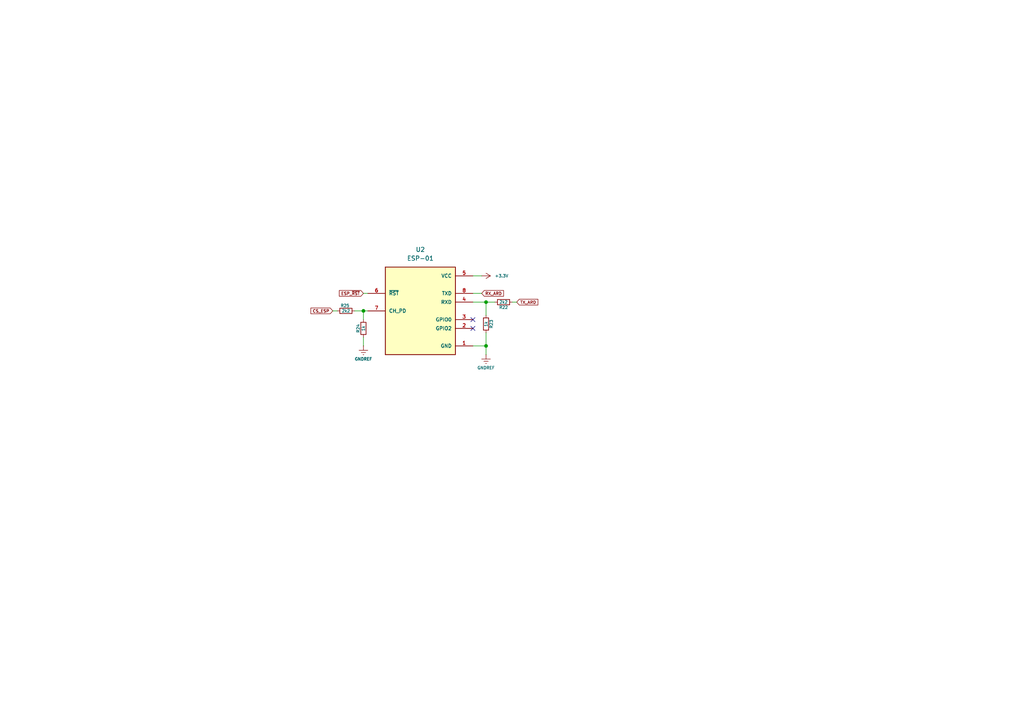
<source format=kicad_sch>
(kicad_sch
	(version 20250114)
	(generator "eeschema")
	(generator_version "9.0")
	(uuid "340668c6-4123-430e-8116-f72044b7c110")
	(paper "A4")
	(lib_symbols
		(symbol "Library:+3.3V"
			(power)
			(pin_numbers
				(hide yes)
			)
			(pin_names
				(offset 0)
				(hide yes)
			)
			(exclude_from_sim no)
			(in_bom yes)
			(on_board yes)
			(property "Reference" "#PWR"
				(at 0 -3.81 0)
				(effects
					(font
						(size 1.27 1.27)
					)
					(hide yes)
				)
			)
			(property "Value" "+3.3V"
				(at 0 3.556 0)
				(effects
					(font
						(size 1.27 1.27)
					)
				)
			)
			(property "Footprint" ""
				(at 0 0 0)
				(effects
					(font
						(size 1.27 1.27)
					)
					(hide yes)
				)
			)
			(property "Datasheet" ""
				(at 0 0 0)
				(effects
					(font
						(size 1.27 1.27)
					)
					(hide yes)
				)
			)
			(property "Description" "Power symbol creates a global label with name \"+3.3V\""
				(at 0 0 0)
				(effects
					(font
						(size 1.27 1.27)
					)
					(hide yes)
				)
			)
			(property "ki_keywords" "global power"
				(at 0 0 0)
				(effects
					(font
						(size 1.27 1.27)
					)
					(hide yes)
				)
			)
			(symbol "+3.3V_0_1"
				(polyline
					(pts
						(xy -0.762 1.27) (xy 0 2.54)
					)
					(stroke
						(width 0)
						(type default)
					)
					(fill
						(type none)
					)
				)
				(polyline
					(pts
						(xy 0 2.54) (xy 0.762 1.27)
					)
					(stroke
						(width 0)
						(type default)
					)
					(fill
						(type none)
					)
				)
				(polyline
					(pts
						(xy 0 0) (xy 0 2.54)
					)
					(stroke
						(width 0)
						(type default)
					)
					(fill
						(type none)
					)
				)
			)
			(symbol "+3.3V_1_1"
				(pin power_in line
					(at 0 0 90)
					(length 0)
					(name "~"
						(effects
							(font
								(size 1.27 1.27)
							)
						)
					)
					(number "1"
						(effects
							(font
								(size 1.27 1.27)
							)
						)
					)
				)
			)
			(embedded_fonts no)
		)
		(symbol "Library:ESP-01"
			(pin_names
				(offset 1.016)
			)
			(exclude_from_sim no)
			(in_bom yes)
			(on_board yes)
			(property "Reference" "U"
				(at -10.16 13.208 0)
				(effects
					(font
						(size 1.27 1.27)
					)
					(justify left bottom)
				)
			)
			(property "Value" "ESP-01"
				(at -10.16 -12.7 0)
				(effects
					(font
						(size 1.27 1.27)
					)
					(justify left top)
				)
			)
			(property "Footprint" "ESP-01:MODULE_ESP-01"
				(at 0 0 0)
				(effects
					(font
						(size 1.27 1.27)
					)
					(justify bottom)
					(hide yes)
				)
			)
			(property "Datasheet" ""
				(at 0 0 0)
				(effects
					(font
						(size 1.27 1.27)
					)
					(hide yes)
				)
			)
			(property "Description" ""
				(at 0 0 0)
				(effects
					(font
						(size 1.27 1.27)
					)
					(hide yes)
				)
			)
			(property "MF" "AI-Thinker"
				(at 0 0 0)
				(effects
					(font
						(size 1.27 1.27)
					)
					(justify bottom)
					(hide yes)
				)
			)
			(property "MAXIMUM_PACKAGE_HEIGHT" "6.5mm"
				(at 0 0 0)
				(effects
					(font
						(size 1.27 1.27)
					)
					(justify bottom)
					(hide yes)
				)
			)
			(property "Package" "Non-Standard AI-Thinker"
				(at 0 0 0)
				(effects
					(font
						(size 1.27 1.27)
					)
					(justify bottom)
					(hide yes)
				)
			)
			(property "Price" "None"
				(at 0 0 0)
				(effects
					(font
						(size 1.27 1.27)
					)
					(justify bottom)
					(hide yes)
				)
			)
			(property "Check_prices" "https://www.snapeda.com/parts/ESP-01/AI-Thinker/view-part/?ref=eda"
				(at 0 0 0)
				(effects
					(font
						(size 1.27 1.27)
					)
					(justify bottom)
					(hide yes)
				)
			)
			(property "STANDARD" "Manufacturer Recommendations"
				(at 0 0 0)
				(effects
					(font
						(size 1.27 1.27)
					)
					(justify bottom)
					(hide yes)
				)
			)
			(property "PARTREV" "1.0"
				(at 0 0 0)
				(effects
					(font
						(size 1.27 1.27)
					)
					(justify bottom)
					(hide yes)
				)
			)
			(property "SnapEDA_Link" "https://www.snapeda.com/parts/ESP-01/AI-Thinker/view-part/?ref=snap"
				(at 0 0 0)
				(effects
					(font
						(size 1.27 1.27)
					)
					(justify bottom)
					(hide yes)
				)
			)
			(property "MP" "ESP-01"
				(at 0 0 0)
				(effects
					(font
						(size 1.27 1.27)
					)
					(justify bottom)
					(hide yes)
				)
			)
			(property "Description_1" "ESP-01M ESP8266 DIP Adapter series Transceiver; 802.11 b/g/n (Wi-Fi, WiFi, WLAN) Evaluation Board"
				(at 0 0 0)
				(effects
					(font
						(size 1.27 1.27)
					)
					(justify bottom)
					(hide yes)
				)
			)
			(property "Availability" "Not in stock"
				(at 0 0 0)
				(effects
					(font
						(size 1.27 1.27)
					)
					(justify bottom)
					(hide yes)
				)
			)
			(property "MANUFACTURER" "AI-Thinker"
				(at 0 0 0)
				(effects
					(font
						(size 1.27 1.27)
					)
					(justify bottom)
					(hide yes)
				)
			)
			(symbol "ESP-01_0_0"
				(rectangle
					(start -10.16 -12.7)
					(end 10.16 12.7)
					(stroke
						(width 0.254)
						(type default)
					)
					(fill
						(type background)
					)
				)
				(pin input line
					(at -15.24 5.08 0)
					(length 5.08)
					(name "~{RST}"
						(effects
							(font
								(size 1.016 1.016)
							)
						)
					)
					(number "6"
						(effects
							(font
								(size 1.016 1.016)
							)
						)
					)
				)
				(pin input line
					(at -15.24 0 0)
					(length 5.08)
					(name "CH_PD"
						(effects
							(font
								(size 1.016 1.016)
							)
						)
					)
					(number "7"
						(effects
							(font
								(size 1.016 1.016)
							)
						)
					)
				)
				(pin power_in line
					(at 15.24 10.16 180)
					(length 5.08)
					(name "VCC"
						(effects
							(font
								(size 1.016 1.016)
							)
						)
					)
					(number "5"
						(effects
							(font
								(size 1.016 1.016)
							)
						)
					)
				)
				(pin output line
					(at 15.24 5.08 180)
					(length 5.08)
					(name "TXD"
						(effects
							(font
								(size 1.016 1.016)
							)
						)
					)
					(number "8"
						(effects
							(font
								(size 1.016 1.016)
							)
						)
					)
				)
				(pin input line
					(at 15.24 2.54 180)
					(length 5.08)
					(name "RXD"
						(effects
							(font
								(size 1.016 1.016)
							)
						)
					)
					(number "4"
						(effects
							(font
								(size 1.016 1.016)
							)
						)
					)
				)
				(pin bidirectional line
					(at 15.24 -2.54 180)
					(length 5.08)
					(name "GPIO0"
						(effects
							(font
								(size 1.016 1.016)
							)
						)
					)
					(number "3"
						(effects
							(font
								(size 1.016 1.016)
							)
						)
					)
				)
				(pin bidirectional line
					(at 15.24 -5.08 180)
					(length 5.08)
					(name "GPIO2"
						(effects
							(font
								(size 1.016 1.016)
							)
						)
					)
					(number "2"
						(effects
							(font
								(size 1.016 1.016)
							)
						)
					)
				)
				(pin power_in line
					(at 15.24 -10.16 180)
					(length 5.08)
					(name "GND"
						(effects
							(font
								(size 1.016 1.016)
							)
						)
					)
					(number "1"
						(effects
							(font
								(size 1.016 1.016)
							)
						)
					)
				)
			)
			(embedded_fonts no)
		)
		(symbol "Library:GNDREF"
			(power)
			(pin_numbers
				(hide yes)
			)
			(pin_names
				(offset 0)
				(hide yes)
			)
			(exclude_from_sim no)
			(in_bom yes)
			(on_board yes)
			(property "Reference" "#PWR"
				(at 0 -6.35 0)
				(effects
					(font
						(size 1.27 1.27)
					)
					(hide yes)
				)
			)
			(property "Value" "GNDREF"
				(at 0 -3.81 0)
				(effects
					(font
						(size 1.27 1.27)
					)
				)
			)
			(property "Footprint" ""
				(at 0 0 0)
				(effects
					(font
						(size 1.27 1.27)
					)
					(hide yes)
				)
			)
			(property "Datasheet" ""
				(at 0 0 0)
				(effects
					(font
						(size 1.27 1.27)
					)
					(hide yes)
				)
			)
			(property "Description" "Power symbol creates a global label with name \"GNDREF\" , reference supply ground"
				(at 0 0 0)
				(effects
					(font
						(size 1.27 1.27)
					)
					(hide yes)
				)
			)
			(property "ki_keywords" "global power"
				(at 0 0 0)
				(effects
					(font
						(size 1.27 1.27)
					)
					(hide yes)
				)
			)
			(symbol "GNDREF_0_1"
				(polyline
					(pts
						(xy -0.635 -1.905) (xy 0.635 -1.905)
					)
					(stroke
						(width 0)
						(type default)
					)
					(fill
						(type none)
					)
				)
				(polyline
					(pts
						(xy -0.127 -2.54) (xy 0.127 -2.54)
					)
					(stroke
						(width 0)
						(type default)
					)
					(fill
						(type none)
					)
				)
				(polyline
					(pts
						(xy 0 -1.27) (xy 0 0)
					)
					(stroke
						(width 0)
						(type default)
					)
					(fill
						(type none)
					)
				)
				(polyline
					(pts
						(xy 1.27 -1.27) (xy -1.27 -1.27)
					)
					(stroke
						(width 0)
						(type default)
					)
					(fill
						(type none)
					)
				)
			)
			(symbol "GNDREF_1_1"
				(pin power_in line
					(at 0 0 270)
					(length 0)
					(name "~"
						(effects
							(font
								(size 1.27 1.27)
							)
						)
					)
					(number "1"
						(effects
							(font
								(size 1.27 1.27)
							)
						)
					)
				)
			)
			(embedded_fonts no)
		)
		(symbol "Library:R_Small"
			(pin_numbers
				(hide yes)
			)
			(pin_names
				(offset 0.254)
				(hide yes)
			)
			(exclude_from_sim no)
			(in_bom yes)
			(on_board yes)
			(property "Reference" "R"
				(at 0 0 90)
				(effects
					(font
						(size 1.016 1.016)
					)
				)
			)
			(property "Value" "R_Small"
				(at 1.778 0 90)
				(effects
					(font
						(size 1.27 1.27)
					)
				)
			)
			(property "Footprint" ""
				(at 0 0 0)
				(effects
					(font
						(size 1.27 1.27)
					)
					(hide yes)
				)
			)
			(property "Datasheet" "~"
				(at 0 0 0)
				(effects
					(font
						(size 1.27 1.27)
					)
					(hide yes)
				)
			)
			(property "Description" "Resistor, small symbol"
				(at 0 0 0)
				(effects
					(font
						(size 1.27 1.27)
					)
					(hide yes)
				)
			)
			(property "ki_keywords" "R resistor"
				(at 0 0 0)
				(effects
					(font
						(size 1.27 1.27)
					)
					(hide yes)
				)
			)
			(property "ki_fp_filters" "R_*"
				(at 0 0 0)
				(effects
					(font
						(size 1.27 1.27)
					)
					(hide yes)
				)
			)
			(symbol "R_Small_0_1"
				(rectangle
					(start -0.762 1.778)
					(end 0.762 -1.778)
					(stroke
						(width 0.2032)
						(type default)
					)
					(fill
						(type none)
					)
				)
			)
			(symbol "R_Small_1_1"
				(pin passive line
					(at 0 2.54 270)
					(length 0.762)
					(name "~"
						(effects
							(font
								(size 1.27 1.27)
							)
						)
					)
					(number "1"
						(effects
							(font
								(size 1.27 1.27)
							)
						)
					)
				)
				(pin passive line
					(at 0 -2.54 90)
					(length 0.762)
					(name "~"
						(effects
							(font
								(size 1.27 1.27)
							)
						)
					)
					(number "2"
						(effects
							(font
								(size 1.27 1.27)
							)
						)
					)
				)
			)
			(embedded_fonts no)
		)
	)
	(junction
		(at 140.97 87.63)
		(diameter 0)
		(color 0 0 0 0)
		(uuid "15288b74-22a2-4281-a471-6452766fbdbb")
	)
	(junction
		(at 105.41 90.17)
		(diameter 0)
		(color 0 0 0 0)
		(uuid "5404f1e4-6b89-4a22-8ca8-1f717f22c56f")
	)
	(junction
		(at 140.97 100.33)
		(diameter 0)
		(color 0 0 0 0)
		(uuid "5e973ae0-3fb0-4d63-a40f-518bf35af90b")
	)
	(no_connect
		(at 137.16 92.71)
		(uuid "935cb9d3-1150-45eb-b88b-fd050243a659")
	)
	(no_connect
		(at 137.16 95.25)
		(uuid "ccf9f777-799c-400e-8827-915d2a2e963a")
	)
	(wire
		(pts
			(xy 137.16 87.63) (xy 140.97 87.63)
		)
		(stroke
			(width 0)
			(type default)
		)
		(uuid "1f2c258b-50c5-4bfd-9da7-0aaa6de1608c")
	)
	(wire
		(pts
			(xy 105.41 90.17) (xy 106.68 90.17)
		)
		(stroke
			(width 0)
			(type default)
		)
		(uuid "26c44664-20bb-471a-b813-111eb6913f4d")
	)
	(wire
		(pts
			(xy 149.86 87.63) (xy 148.59 87.63)
		)
		(stroke
			(width 0)
			(type default)
		)
		(uuid "36049acc-de2c-43c7-88fc-84515ed7dfd8")
	)
	(wire
		(pts
			(xy 139.7 80.01) (xy 137.16 80.01)
		)
		(stroke
			(width 0)
			(type default)
		)
		(uuid "41019d7f-b7d2-4c5c-ab63-7b54429c2f91")
	)
	(wire
		(pts
			(xy 140.97 87.63) (xy 140.97 91.44)
		)
		(stroke
			(width 0)
			(type default)
		)
		(uuid "546c9760-bfd1-45b2-af5e-664ef26154e7")
	)
	(wire
		(pts
			(xy 140.97 100.33) (xy 140.97 102.87)
		)
		(stroke
			(width 0)
			(type default)
		)
		(uuid "634b039c-0ae7-434e-9525-70f114e0efc9")
	)
	(wire
		(pts
			(xy 137.16 100.33) (xy 140.97 100.33)
		)
		(stroke
			(width 0)
			(type default)
		)
		(uuid "7d782cac-51b2-482d-90df-d3cbe7f11bb4")
	)
	(wire
		(pts
			(xy 140.97 87.63) (xy 143.51 87.63)
		)
		(stroke
			(width 0)
			(type default)
		)
		(uuid "92688b58-5839-4794-b948-8eae313e9986")
	)
	(wire
		(pts
			(xy 139.7 85.09) (xy 137.16 85.09)
		)
		(stroke
			(width 0)
			(type default)
		)
		(uuid "b9493aa8-4ef4-44e6-9623-f5d1aec0f493")
	)
	(wire
		(pts
			(xy 105.41 85.09) (xy 106.68 85.09)
		)
		(stroke
			(width 0)
			(type default)
		)
		(uuid "d1ffb929-a948-4686-bfef-54c9a58c8864")
	)
	(wire
		(pts
			(xy 105.41 100.33) (xy 105.41 97.79)
		)
		(stroke
			(width 0)
			(type default)
		)
		(uuid "daddd2c0-030c-4e86-8f4f-9fba43170311")
	)
	(wire
		(pts
			(xy 140.97 96.52) (xy 140.97 100.33)
		)
		(stroke
			(width 0)
			(type default)
		)
		(uuid "dc06908e-f4da-45a9-aaef-ac11336a0077")
	)
	(wire
		(pts
			(xy 105.41 90.17) (xy 105.41 92.71)
		)
		(stroke
			(width 0)
			(type default)
		)
		(uuid "f0503381-9446-4146-ac89-edb62473cabb")
	)
	(wire
		(pts
			(xy 96.52 90.17) (xy 97.79 90.17)
		)
		(stroke
			(width 0)
			(type default)
		)
		(uuid "f697ce06-48c4-424e-9c9d-941db0734774")
	)
	(wire
		(pts
			(xy 102.87 90.17) (xy 105.41 90.17)
		)
		(stroke
			(width 0)
			(type default)
		)
		(uuid "f6af2719-9f2c-44c0-9ce2-54283939ce13")
	)
	(global_label "RX_ARD"
		(shape input)
		(at 139.7 85.09 0)
		(fields_autoplaced yes)
		(effects
			(font
				(size 0.85 0.85)
			)
			(justify left)
		)
		(uuid "58d6d3aa-a22d-4f8d-ab1b-3fd59f42a30b")
		(property "Intersheetrefs" "${INTERSHEET_REFS}"
			(at 146.4339 85.09 0)
			(effects
				(font
					(size 1.27 1.27)
				)
				(justify left)
				(hide yes)
			)
		)
	)
	(global_label "TX_ARD"
		(shape input)
		(at 149.86 87.63 0)
		(fields_autoplaced yes)
		(effects
			(font
				(size 0.85 0.85)
			)
			(justify left)
		)
		(uuid "81453d28-24cf-4ef5-9881-bf7bce02d53e")
		(property "Intersheetrefs" "${INTERSHEET_REFS}"
			(at 156.3915 87.63 0)
			(effects
				(font
					(size 1.27 1.27)
				)
				(justify left)
				(hide yes)
			)
		)
	)
	(global_label "ESP_~{RST}"
		(shape input)
		(at 105.41 85.09 180)
		(fields_autoplaced yes)
		(effects
			(font
				(size 0.85 0.85)
			)
			(justify right)
		)
		(uuid "8cb72889-bf69-4a4f-9a67-4483c9221e7b")
		(property "Intersheetrefs" "${INTERSHEET_REFS}"
			(at 98.0286 85.09 0)
			(effects
				(font
					(size 1.27 1.27)
				)
				(justify right)
				(hide yes)
			)
		)
	)
	(global_label "CS_ESP"
		(shape input)
		(at 96.52 90.17 180)
		(fields_autoplaced yes)
		(effects
			(font
				(size 0.85 0.85)
			)
			(justify right)
		)
		(uuid "ba6b1031-4390-47d4-9f76-51c7914d7aee")
		(property "Intersheetrefs" "${INTERSHEET_REFS}"
			(at 89.7862 90.17 0)
			(effects
				(font
					(size 1.27 1.27)
				)
				(justify right)
				(hide yes)
			)
		)
	)
	(symbol
		(lib_id "Library:+3.3V")
		(at 139.7 80.01 270)
		(unit 1)
		(exclude_from_sim no)
		(in_bom yes)
		(on_board yes)
		(dnp no)
		(fields_autoplaced yes)
		(uuid "072c9380-6cdc-4a2d-82a9-69d7434e393c")
		(property "Reference" "#PWR058"
			(at 135.89 80.01 0)
			(effects
				(font
					(size 0.85 0.85)
				)
				(hide yes)
			)
		)
		(property "Value" "+3.3V"
			(at 143.51 80.0099 90)
			(effects
				(font
					(size 0.85 0.85)
				)
				(justify left)
			)
		)
		(property "Footprint" ""
			(at 139.7 80.01 0)
			(effects
				(font
					(size 0.85 0.85)
				)
				(hide yes)
			)
		)
		(property "Datasheet" ""
			(at 139.7 80.01 0)
			(effects
				(font
					(size 0.85 0.85)
				)
				(hide yes)
			)
		)
		(property "Description" "Power symbol creates a global label with name \"+3.3V\""
			(at 139.7 80.01 0)
			(effects
				(font
					(size 0.85 0.85)
				)
				(hide yes)
			)
		)
		(pin "1"
			(uuid "61389b2c-f1f7-4bd4-bdbd-eeef9e54930c")
		)
		(instances
			(project "MoistureDatalogger"
				(path "/2465b45a-61bf-4bb8-9f23-f35ab1c53bad/dc4f8989-8983-4906-be7d-e2c7ac9b5532"
					(reference "#PWR058")
					(unit 1)
				)
			)
		)
	)
	(symbol
		(lib_id "Library:R_Small")
		(at 140.97 93.98 180)
		(unit 1)
		(exclude_from_sim no)
		(in_bom yes)
		(on_board yes)
		(dnp no)
		(uuid "07b71de5-a5f9-40c1-8612-1e88799433a9")
		(property "Reference" "R23"
			(at 142.494 93.98 90)
			(effects
				(font
					(size 0.85 0.85)
				)
			)
		)
		(property "Value" "1k"
			(at 140.97 93.98 90)
			(effects
				(font
					(size 0.85 0.85)
				)
			)
		)
		(property "Footprint" "Library:R_0805_2012Metric"
			(at 140.97 93.98 0)
			(effects
				(font
					(size 0.85 0.85)
				)
				(hide yes)
			)
		)
		(property "Datasheet" "~"
			(at 140.97 93.98 0)
			(effects
				(font
					(size 0.85 0.85)
				)
				(hide yes)
			)
		)
		(property "Description" "Resistor, small symbol"
			(at 140.97 93.98 0)
			(effects
				(font
					(size 0.85 0.85)
				)
				(hide yes)
			)
		)
		(pin "1"
			(uuid "30ef46a2-d9cc-487e-a1cc-f8faa60d7fe2")
		)
		(pin "2"
			(uuid "14709065-8d5e-4e31-acc6-aa3736c075f9")
		)
		(instances
			(project "MoistureDatalogger"
				(path "/2465b45a-61bf-4bb8-9f23-f35ab1c53bad/dc4f8989-8983-4906-be7d-e2c7ac9b5532"
					(reference "R23")
					(unit 1)
				)
			)
		)
	)
	(symbol
		(lib_id "Library:R_Small")
		(at 100.33 90.17 270)
		(mirror x)
		(unit 1)
		(exclude_from_sim no)
		(in_bom yes)
		(on_board yes)
		(dnp no)
		(uuid "2b744f79-2878-453f-8809-0a4239a7cdef")
		(property "Reference" "R25"
			(at 100.076 88.646 90)
			(effects
				(font
					(size 0.85 0.85)
				)
			)
		)
		(property "Value" "2k2"
			(at 100.33 90.17 90)
			(effects
				(font
					(size 0.85 0.85)
				)
			)
		)
		(property "Footprint" "Library:R_0805_2012Metric"
			(at 100.33 90.17 0)
			(effects
				(font
					(size 0.85 0.85)
				)
				(hide yes)
			)
		)
		(property "Datasheet" "~"
			(at 100.33 90.17 0)
			(effects
				(font
					(size 0.85 0.85)
				)
				(hide yes)
			)
		)
		(property "Description" "Resistor, small symbol"
			(at 100.33 90.17 0)
			(effects
				(font
					(size 0.85 0.85)
				)
				(hide yes)
			)
		)
		(pin "1"
			(uuid "aa895e78-18aa-41e3-b42d-64c3a8e9d914")
		)
		(pin "2"
			(uuid "5ccc00c7-fa1f-4013-87af-f9c60feb161a")
		)
		(instances
			(project "MoistureDatalogger"
				(path "/2465b45a-61bf-4bb8-9f23-f35ab1c53bad/dc4f8989-8983-4906-be7d-e2c7ac9b5532"
					(reference "R25")
					(unit 1)
				)
			)
		)
	)
	(symbol
		(lib_id "Library:GNDREF")
		(at 140.97 102.87 0)
		(unit 1)
		(exclude_from_sim no)
		(in_bom yes)
		(on_board yes)
		(dnp no)
		(uuid "783f1153-7f16-4549-a9b3-1824573a2efe")
		(property "Reference" "#PWR057"
			(at 140.97 109.22 0)
			(effects
				(font
					(size 0.85 0.85)
				)
				(hide yes)
			)
		)
		(property "Value" "GNDREF"
			(at 140.97 106.68 0)
			(effects
				(font
					(size 0.85 0.85)
				)
			)
		)
		(property "Footprint" ""
			(at 140.97 102.87 0)
			(effects
				(font
					(size 0.85 0.85)
				)
				(hide yes)
			)
		)
		(property "Datasheet" ""
			(at 140.97 102.87 0)
			(effects
				(font
					(size 0.85 0.85)
				)
				(hide yes)
			)
		)
		(property "Description" "Power symbol creates a global label with name \"GNDREF\" , reference supply ground"
			(at 140.97 102.87 0)
			(effects
				(font
					(size 0.85 0.85)
				)
				(hide yes)
			)
		)
		(pin "1"
			(uuid "4dec929d-1d85-4cac-8764-ef45007a34eb")
		)
		(instances
			(project "MoistureDatalogger"
				(path "/2465b45a-61bf-4bb8-9f23-f35ab1c53bad/dc4f8989-8983-4906-be7d-e2c7ac9b5532"
					(reference "#PWR057")
					(unit 1)
				)
			)
		)
	)
	(symbol
		(lib_id "Library:GNDREF")
		(at 105.41 100.33 0)
		(unit 1)
		(exclude_from_sim no)
		(in_bom yes)
		(on_board yes)
		(dnp no)
		(uuid "a3e5bc8d-7ab3-46ee-a1cf-321ea2b8794a")
		(property "Reference" "#PWR059"
			(at 105.41 106.68 0)
			(effects
				(font
					(size 0.85 0.85)
				)
				(hide yes)
			)
		)
		(property "Value" "GNDREF"
			(at 105.41 104.14 0)
			(effects
				(font
					(size 0.85 0.85)
				)
			)
		)
		(property "Footprint" ""
			(at 105.41 100.33 0)
			(effects
				(font
					(size 0.85 0.85)
				)
				(hide yes)
			)
		)
		(property "Datasheet" ""
			(at 105.41 100.33 0)
			(effects
				(font
					(size 0.85 0.85)
				)
				(hide yes)
			)
		)
		(property "Description" "Power symbol creates a global label with name \"GNDREF\" , reference supply ground"
			(at 105.41 100.33 0)
			(effects
				(font
					(size 0.85 0.85)
				)
				(hide yes)
			)
		)
		(pin "1"
			(uuid "6fa6634c-5337-4eab-ac67-9cf2eab6e6c1")
		)
		(instances
			(project "MoistureDatalogger"
				(path "/2465b45a-61bf-4bb8-9f23-f35ab1c53bad/dc4f8989-8983-4906-be7d-e2c7ac9b5532"
					(reference "#PWR059")
					(unit 1)
				)
			)
		)
	)
	(symbol
		(lib_id "Library:R_Small")
		(at 105.41 95.25 0)
		(mirror x)
		(unit 1)
		(exclude_from_sim no)
		(in_bom yes)
		(on_board yes)
		(dnp no)
		(uuid "c308bf6a-a63a-4372-bc14-fbab583608d1")
		(property "Reference" "R24"
			(at 103.886 95.25 90)
			(effects
				(font
					(size 0.85 0.85)
				)
			)
		)
		(property "Value" "1k"
			(at 105.41 95.25 90)
			(effects
				(font
					(size 0.85 0.85)
				)
			)
		)
		(property "Footprint" "Library:R_0805_2012Metric"
			(at 105.41 95.25 0)
			(effects
				(font
					(size 0.85 0.85)
				)
				(hide yes)
			)
		)
		(property "Datasheet" "~"
			(at 105.41 95.25 0)
			(effects
				(font
					(size 0.85 0.85)
				)
				(hide yes)
			)
		)
		(property "Description" "Resistor, small symbol"
			(at 105.41 95.25 0)
			(effects
				(font
					(size 0.85 0.85)
				)
				(hide yes)
			)
		)
		(pin "1"
			(uuid "0dfedd12-79c9-4e65-9924-259c0852d68b")
		)
		(pin "2"
			(uuid "5f2e23ce-cb0c-4044-ad72-5331f3e0a97d")
		)
		(instances
			(project "MoistureDatalogger"
				(path "/2465b45a-61bf-4bb8-9f23-f35ab1c53bad/dc4f8989-8983-4906-be7d-e2c7ac9b5532"
					(reference "R24")
					(unit 1)
				)
			)
		)
	)
	(symbol
		(lib_id "Library:ESP-01")
		(at 121.92 90.17 0)
		(unit 1)
		(exclude_from_sim no)
		(in_bom yes)
		(on_board yes)
		(dnp no)
		(fields_autoplaced yes)
		(uuid "dbdb099f-d67a-43ea-a409-8752f803a876")
		(property "Reference" "U2"
			(at 121.92 72.39 0)
			(effects
				(font
					(size 1.27 1.27)
				)
			)
		)
		(property "Value" "ESP-01"
			(at 121.92 74.93 0)
			(effects
				(font
					(size 1.27 1.27)
				)
			)
		)
		(property "Footprint" "Library:MODULE_ESP-01"
			(at 121.92 90.17 0)
			(effects
				(font
					(size 1.27 1.27)
				)
				(justify bottom)
				(hide yes)
			)
		)
		(property "Datasheet" ""
			(at 121.92 90.17 0)
			(effects
				(font
					(size 1.27 1.27)
				)
				(hide yes)
			)
		)
		(property "Description" ""
			(at 121.92 90.17 0)
			(effects
				(font
					(size 1.27 1.27)
				)
				(hide yes)
			)
		)
		(property "MF" "AI-Thinker"
			(at 121.92 90.17 0)
			(effects
				(font
					(size 1.27 1.27)
				)
				(justify bottom)
				(hide yes)
			)
		)
		(property "MAXIMUM_PACKAGE_HEIGHT" "6.5mm"
			(at 121.92 90.17 0)
			(effects
				(font
					(size 1.27 1.27)
				)
				(justify bottom)
				(hide yes)
			)
		)
		(property "Package" "Non-Standard AI-Thinker"
			(at 121.92 90.17 0)
			(effects
				(font
					(size 1.27 1.27)
				)
				(justify bottom)
				(hide yes)
			)
		)
		(property "Price" "None"
			(at 121.92 90.17 0)
			(effects
				(font
					(size 1.27 1.27)
				)
				(justify bottom)
				(hide yes)
			)
		)
		(property "Check_prices" "https://www.snapeda.com/parts/ESP-01/AI-Thinker/view-part/?ref=eda"
			(at 121.92 90.17 0)
			(effects
				(font
					(size 1.27 1.27)
				)
				(justify bottom)
				(hide yes)
			)
		)
		(property "STANDARD" "Manufacturer Recommendations"
			(at 121.92 90.17 0)
			(effects
				(font
					(size 1.27 1.27)
				)
				(justify bottom)
				(hide yes)
			)
		)
		(property "PARTREV" "1.0"
			(at 121.92 90.17 0)
			(effects
				(font
					(size 1.27 1.27)
				)
				(justify bottom)
				(hide yes)
			)
		)
		(property "SnapEDA_Link" "https://www.snapeda.com/parts/ESP-01/AI-Thinker/view-part/?ref=snap"
			(at 121.92 90.17 0)
			(effects
				(font
					(size 1.27 1.27)
				)
				(justify bottom)
				(hide yes)
			)
		)
		(property "MP" "ESP-01"
			(at 121.92 90.17 0)
			(effects
				(font
					(size 1.27 1.27)
				)
				(justify bottom)
				(hide yes)
			)
		)
		(property "Description_1" "ESP-01M ESP8266 DIP Adapter series Transceiver; 802.11 b/g/n (Wi-Fi, WiFi, WLAN) Evaluation Board"
			(at 121.92 90.17 0)
			(effects
				(font
					(size 1.27 1.27)
				)
				(justify bottom)
				(hide yes)
			)
		)
		(property "Availability" "Not in stock"
			(at 121.92 90.17 0)
			(effects
				(font
					(size 1.27 1.27)
				)
				(justify bottom)
				(hide yes)
			)
		)
		(property "MANUFACTURER" "AI-Thinker"
			(at 121.92 90.17 0)
			(effects
				(font
					(size 1.27 1.27)
				)
				(justify bottom)
				(hide yes)
			)
		)
		(pin "1"
			(uuid "c008f3ef-eb6d-4f9f-8609-33993030fdc5")
		)
		(pin "8"
			(uuid "6dbe979e-74b1-4c1f-b97c-0f8f5ef74b17")
		)
		(pin "2"
			(uuid "e4ef1584-7778-400f-a134-b7c57679ff22")
		)
		(pin "7"
			(uuid "7e5bd53f-a115-4b52-92e9-b03c81128e84")
		)
		(pin "5"
			(uuid "77d3aa4c-c046-4663-9d9c-c48955fe256d")
		)
		(pin "6"
			(uuid "bbfa1d6a-8648-4250-a9c8-7dd0dd2247ec")
		)
		(pin "3"
			(uuid "99c5287e-0b4d-4277-94b2-b869cd3345fc")
		)
		(pin "4"
			(uuid "f697085a-7c93-4259-b701-5ee638a2c7ea")
		)
		(instances
			(project ""
				(path "/2465b45a-61bf-4bb8-9f23-f35ab1c53bad/dc4f8989-8983-4906-be7d-e2c7ac9b5532"
					(reference "U2")
					(unit 1)
				)
			)
		)
	)
	(symbol
		(lib_id "Library:R_Small")
		(at 146.05 87.63 90)
		(unit 1)
		(exclude_from_sim no)
		(in_bom yes)
		(on_board yes)
		(dnp no)
		(uuid "f3dec14f-37c5-4249-a3c9-4a8aea489afd")
		(property "Reference" "R22"
			(at 146.05 89.154 90)
			(effects
				(font
					(size 0.85 0.85)
				)
			)
		)
		(property "Value" "2k2"
			(at 146.05 87.63 90)
			(effects
				(font
					(size 0.85 0.85)
				)
			)
		)
		(property "Footprint" "Library:R_0805_2012Metric"
			(at 146.05 87.63 0)
			(effects
				(font
					(size 0.85 0.85)
				)
				(hide yes)
			)
		)
		(property "Datasheet" "~"
			(at 146.05 87.63 0)
			(effects
				(font
					(size 0.85 0.85)
				)
				(hide yes)
			)
		)
		(property "Description" "Resistor, small symbol"
			(at 146.05 87.63 0)
			(effects
				(font
					(size 0.85 0.85)
				)
				(hide yes)
			)
		)
		(pin "1"
			(uuid "87dd0799-1776-4455-a85f-f5575488b9d9")
		)
		(pin "2"
			(uuid "7aac19ec-646e-4617-95bb-3f550676404d")
		)
		(instances
			(project "MoistureDatalogger"
				(path "/2465b45a-61bf-4bb8-9f23-f35ab1c53bad/dc4f8989-8983-4906-be7d-e2c7ac9b5532"
					(reference "R22")
					(unit 1)
				)
			)
		)
	)
)

</source>
